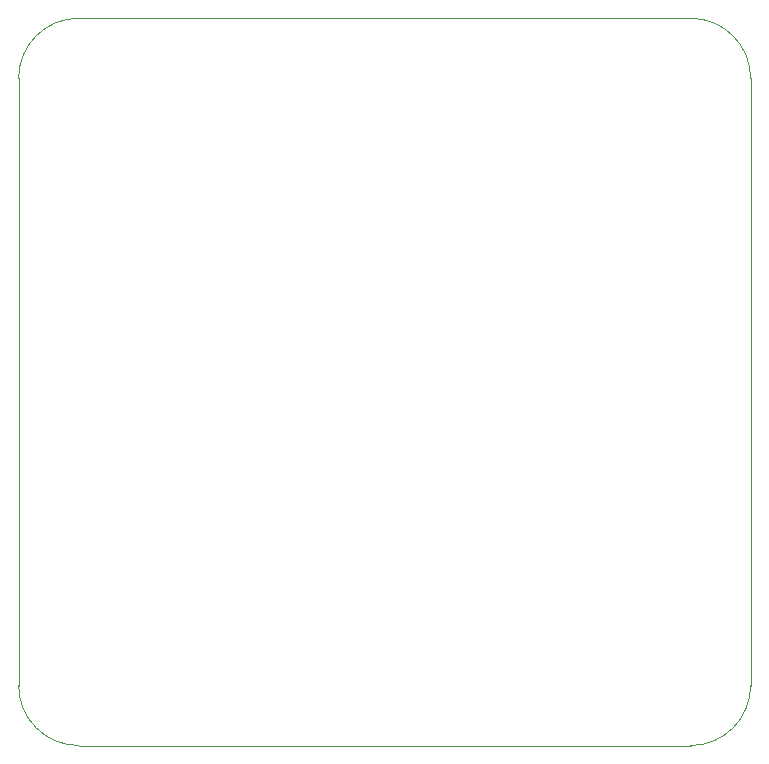
<source format=gbr>
%TF.GenerationSoftware,KiCad,Pcbnew,9.0.0*%
%TF.CreationDate,2026-02-03T13:11:21-06:00*%
%TF.ProjectId,FiltSure Prototype Three,46696c74-5375-4726-9520-50726f746f74,rev?*%
%TF.SameCoordinates,Original*%
%TF.FileFunction,Profile,NP*%
%FSLAX46Y46*%
G04 Gerber Fmt 4.6, Leading zero omitted, Abs format (unit mm)*
G04 Created by KiCad (PCBNEW 9.0.0) date 2026-02-03 13:11:21*
%MOMM*%
%LPD*%
G01*
G04 APERTURE LIST*
%TA.AperFunction,Profile*%
%ADD10C,0.050000*%
%TD*%
G04 APERTURE END LIST*
D10*
X154787600Y-119383800D02*
G75*
G02*
X149707600Y-124463800I-5080000J0D01*
G01*
X92811600Y-119383800D02*
X92811600Y-67966600D01*
X149707600Y-62886600D02*
G75*
G02*
X154787600Y-67966600I0J-5080000D01*
G01*
X154787600Y-67966600D02*
X154787600Y-119383800D01*
X97899407Y-124463800D02*
X149703800Y-124463800D01*
X97891606Y-124463806D02*
G75*
G02*
X92811594Y-119383800I-6J5080006D01*
G01*
X92811600Y-67966600D02*
G75*
G02*
X97891600Y-62886600I5080000J0D01*
G01*
X149707600Y-62886600D02*
X97891600Y-62886600D01*
M02*

</source>
